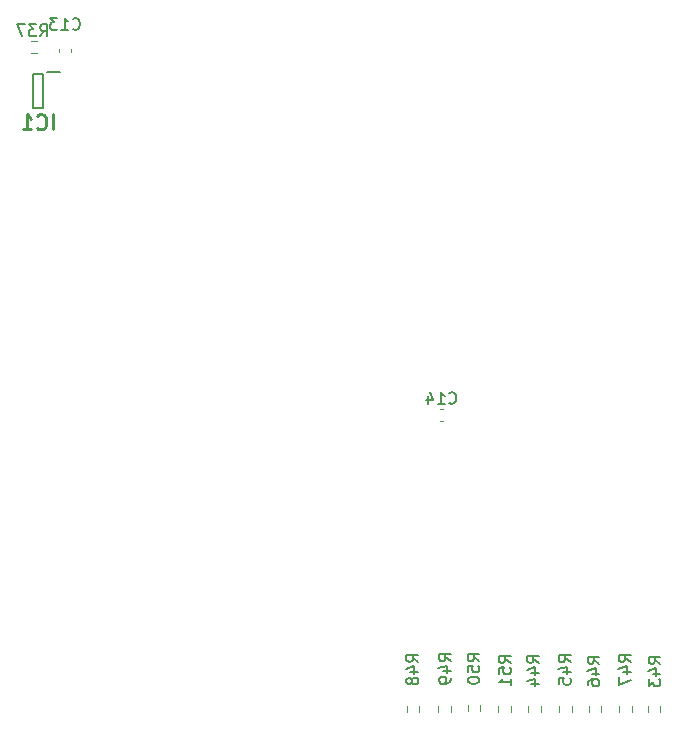
<source format=gbo>
%TF.GenerationSoftware,KiCad,Pcbnew,9.0.0*%
%TF.CreationDate,2025-03-31T15:24:45+09:00*%
%TF.ProjectId,ymz771,796d7a37-3731-42e6-9b69-6361645f7063,rev?*%
%TF.SameCoordinates,Original*%
%TF.FileFunction,Legend,Bot*%
%TF.FilePolarity,Positive*%
%FSLAX46Y46*%
G04 Gerber Fmt 4.6, Leading zero omitted, Abs format (unit mm)*
G04 Created by KiCad (PCBNEW 9.0.0) date 2025-03-31 15:24:45*
%MOMM*%
%LPD*%
G01*
G04 APERTURE LIST*
%ADD10C,0.150000*%
%ADD11C,0.254000*%
%ADD12C,0.120000*%
%ADD13C,0.200000*%
G04 APERTURE END LIST*
D10*
X150464819Y-136367142D02*
X149988628Y-136033809D01*
X150464819Y-135795714D02*
X149464819Y-135795714D01*
X149464819Y-135795714D02*
X149464819Y-136176666D01*
X149464819Y-136176666D02*
X149512438Y-136271904D01*
X149512438Y-136271904D02*
X149560057Y-136319523D01*
X149560057Y-136319523D02*
X149655295Y-136367142D01*
X149655295Y-136367142D02*
X149798152Y-136367142D01*
X149798152Y-136367142D02*
X149893390Y-136319523D01*
X149893390Y-136319523D02*
X149941009Y-136271904D01*
X149941009Y-136271904D02*
X149988628Y-136176666D01*
X149988628Y-136176666D02*
X149988628Y-135795714D01*
X149464819Y-137271904D02*
X149464819Y-136795714D01*
X149464819Y-136795714D02*
X149941009Y-136748095D01*
X149941009Y-136748095D02*
X149893390Y-136795714D01*
X149893390Y-136795714D02*
X149845771Y-136890952D01*
X149845771Y-136890952D02*
X149845771Y-137129047D01*
X149845771Y-137129047D02*
X149893390Y-137224285D01*
X149893390Y-137224285D02*
X149941009Y-137271904D01*
X149941009Y-137271904D02*
X150036247Y-137319523D01*
X150036247Y-137319523D02*
X150274342Y-137319523D01*
X150274342Y-137319523D02*
X150369580Y-137271904D01*
X150369580Y-137271904D02*
X150417200Y-137224285D01*
X150417200Y-137224285D02*
X150464819Y-137129047D01*
X150464819Y-137129047D02*
X150464819Y-136890952D01*
X150464819Y-136890952D02*
X150417200Y-136795714D01*
X150417200Y-136795714D02*
X150369580Y-136748095D01*
X150464819Y-138271904D02*
X150464819Y-137700476D01*
X150464819Y-137986190D02*
X149464819Y-137986190D01*
X149464819Y-137986190D02*
X149607676Y-137890952D01*
X149607676Y-137890952D02*
X149702914Y-137795714D01*
X149702914Y-137795714D02*
X149750533Y-137700476D01*
X147814819Y-136214642D02*
X147338628Y-135881309D01*
X147814819Y-135643214D02*
X146814819Y-135643214D01*
X146814819Y-135643214D02*
X146814819Y-136024166D01*
X146814819Y-136024166D02*
X146862438Y-136119404D01*
X146862438Y-136119404D02*
X146910057Y-136167023D01*
X146910057Y-136167023D02*
X147005295Y-136214642D01*
X147005295Y-136214642D02*
X147148152Y-136214642D01*
X147148152Y-136214642D02*
X147243390Y-136167023D01*
X147243390Y-136167023D02*
X147291009Y-136119404D01*
X147291009Y-136119404D02*
X147338628Y-136024166D01*
X147338628Y-136024166D02*
X147338628Y-135643214D01*
X146814819Y-137119404D02*
X146814819Y-136643214D01*
X146814819Y-136643214D02*
X147291009Y-136595595D01*
X147291009Y-136595595D02*
X147243390Y-136643214D01*
X147243390Y-136643214D02*
X147195771Y-136738452D01*
X147195771Y-136738452D02*
X147195771Y-136976547D01*
X147195771Y-136976547D02*
X147243390Y-137071785D01*
X147243390Y-137071785D02*
X147291009Y-137119404D01*
X147291009Y-137119404D02*
X147386247Y-137167023D01*
X147386247Y-137167023D02*
X147624342Y-137167023D01*
X147624342Y-137167023D02*
X147719580Y-137119404D01*
X147719580Y-137119404D02*
X147767200Y-137071785D01*
X147767200Y-137071785D02*
X147814819Y-136976547D01*
X147814819Y-136976547D02*
X147814819Y-136738452D01*
X147814819Y-136738452D02*
X147767200Y-136643214D01*
X147767200Y-136643214D02*
X147719580Y-136595595D01*
X146814819Y-137786071D02*
X146814819Y-137881309D01*
X146814819Y-137881309D02*
X146862438Y-137976547D01*
X146862438Y-137976547D02*
X146910057Y-138024166D01*
X146910057Y-138024166D02*
X147005295Y-138071785D01*
X147005295Y-138071785D02*
X147195771Y-138119404D01*
X147195771Y-138119404D02*
X147433866Y-138119404D01*
X147433866Y-138119404D02*
X147624342Y-138071785D01*
X147624342Y-138071785D02*
X147719580Y-138024166D01*
X147719580Y-138024166D02*
X147767200Y-137976547D01*
X147767200Y-137976547D02*
X147814819Y-137881309D01*
X147814819Y-137881309D02*
X147814819Y-137786071D01*
X147814819Y-137786071D02*
X147767200Y-137690833D01*
X147767200Y-137690833D02*
X147719580Y-137643214D01*
X147719580Y-137643214D02*
X147624342Y-137595595D01*
X147624342Y-137595595D02*
X147433866Y-137547976D01*
X147433866Y-137547976D02*
X147195771Y-137547976D01*
X147195771Y-137547976D02*
X147005295Y-137595595D01*
X147005295Y-137595595D02*
X146910057Y-137643214D01*
X146910057Y-137643214D02*
X146862438Y-137690833D01*
X146862438Y-137690833D02*
X146814819Y-137786071D01*
X145394819Y-136217142D02*
X144918628Y-135883809D01*
X145394819Y-135645714D02*
X144394819Y-135645714D01*
X144394819Y-135645714D02*
X144394819Y-136026666D01*
X144394819Y-136026666D02*
X144442438Y-136121904D01*
X144442438Y-136121904D02*
X144490057Y-136169523D01*
X144490057Y-136169523D02*
X144585295Y-136217142D01*
X144585295Y-136217142D02*
X144728152Y-136217142D01*
X144728152Y-136217142D02*
X144823390Y-136169523D01*
X144823390Y-136169523D02*
X144871009Y-136121904D01*
X144871009Y-136121904D02*
X144918628Y-136026666D01*
X144918628Y-136026666D02*
X144918628Y-135645714D01*
X144728152Y-137074285D02*
X145394819Y-137074285D01*
X144347200Y-136836190D02*
X145061485Y-136598095D01*
X145061485Y-136598095D02*
X145061485Y-137217142D01*
X145394819Y-137645714D02*
X145394819Y-137836190D01*
X145394819Y-137836190D02*
X145347200Y-137931428D01*
X145347200Y-137931428D02*
X145299580Y-137979047D01*
X145299580Y-137979047D02*
X145156723Y-138074285D01*
X145156723Y-138074285D02*
X144966247Y-138121904D01*
X144966247Y-138121904D02*
X144585295Y-138121904D01*
X144585295Y-138121904D02*
X144490057Y-138074285D01*
X144490057Y-138074285D02*
X144442438Y-138026666D01*
X144442438Y-138026666D02*
X144394819Y-137931428D01*
X144394819Y-137931428D02*
X144394819Y-137740952D01*
X144394819Y-137740952D02*
X144442438Y-137645714D01*
X144442438Y-137645714D02*
X144490057Y-137598095D01*
X144490057Y-137598095D02*
X144585295Y-137550476D01*
X144585295Y-137550476D02*
X144823390Y-137550476D01*
X144823390Y-137550476D02*
X144918628Y-137598095D01*
X144918628Y-137598095D02*
X144966247Y-137645714D01*
X144966247Y-137645714D02*
X145013866Y-137740952D01*
X145013866Y-137740952D02*
X145013866Y-137931428D01*
X145013866Y-137931428D02*
X144966247Y-138026666D01*
X144966247Y-138026666D02*
X144918628Y-138074285D01*
X144918628Y-138074285D02*
X144823390Y-138121904D01*
X142644819Y-136274642D02*
X142168628Y-135941309D01*
X142644819Y-135703214D02*
X141644819Y-135703214D01*
X141644819Y-135703214D02*
X141644819Y-136084166D01*
X141644819Y-136084166D02*
X141692438Y-136179404D01*
X141692438Y-136179404D02*
X141740057Y-136227023D01*
X141740057Y-136227023D02*
X141835295Y-136274642D01*
X141835295Y-136274642D02*
X141978152Y-136274642D01*
X141978152Y-136274642D02*
X142073390Y-136227023D01*
X142073390Y-136227023D02*
X142121009Y-136179404D01*
X142121009Y-136179404D02*
X142168628Y-136084166D01*
X142168628Y-136084166D02*
X142168628Y-135703214D01*
X141978152Y-137131785D02*
X142644819Y-137131785D01*
X141597200Y-136893690D02*
X142311485Y-136655595D01*
X142311485Y-136655595D02*
X142311485Y-137274642D01*
X142073390Y-137798452D02*
X142025771Y-137703214D01*
X142025771Y-137703214D02*
X141978152Y-137655595D01*
X141978152Y-137655595D02*
X141882914Y-137607976D01*
X141882914Y-137607976D02*
X141835295Y-137607976D01*
X141835295Y-137607976D02*
X141740057Y-137655595D01*
X141740057Y-137655595D02*
X141692438Y-137703214D01*
X141692438Y-137703214D02*
X141644819Y-137798452D01*
X141644819Y-137798452D02*
X141644819Y-137988928D01*
X141644819Y-137988928D02*
X141692438Y-138084166D01*
X141692438Y-138084166D02*
X141740057Y-138131785D01*
X141740057Y-138131785D02*
X141835295Y-138179404D01*
X141835295Y-138179404D02*
X141882914Y-138179404D01*
X141882914Y-138179404D02*
X141978152Y-138131785D01*
X141978152Y-138131785D02*
X142025771Y-138084166D01*
X142025771Y-138084166D02*
X142073390Y-137988928D01*
X142073390Y-137988928D02*
X142073390Y-137798452D01*
X142073390Y-137798452D02*
X142121009Y-137703214D01*
X142121009Y-137703214D02*
X142168628Y-137655595D01*
X142168628Y-137655595D02*
X142263866Y-137607976D01*
X142263866Y-137607976D02*
X142454342Y-137607976D01*
X142454342Y-137607976D02*
X142549580Y-137655595D01*
X142549580Y-137655595D02*
X142597200Y-137703214D01*
X142597200Y-137703214D02*
X142644819Y-137798452D01*
X142644819Y-137798452D02*
X142644819Y-137988928D01*
X142644819Y-137988928D02*
X142597200Y-138084166D01*
X142597200Y-138084166D02*
X142549580Y-138131785D01*
X142549580Y-138131785D02*
X142454342Y-138179404D01*
X142454342Y-138179404D02*
X142263866Y-138179404D01*
X142263866Y-138179404D02*
X142168628Y-138131785D01*
X142168628Y-138131785D02*
X142121009Y-138084166D01*
X142121009Y-138084166D02*
X142073390Y-137988928D01*
X160624819Y-136277142D02*
X160148628Y-135943809D01*
X160624819Y-135705714D02*
X159624819Y-135705714D01*
X159624819Y-135705714D02*
X159624819Y-136086666D01*
X159624819Y-136086666D02*
X159672438Y-136181904D01*
X159672438Y-136181904D02*
X159720057Y-136229523D01*
X159720057Y-136229523D02*
X159815295Y-136277142D01*
X159815295Y-136277142D02*
X159958152Y-136277142D01*
X159958152Y-136277142D02*
X160053390Y-136229523D01*
X160053390Y-136229523D02*
X160101009Y-136181904D01*
X160101009Y-136181904D02*
X160148628Y-136086666D01*
X160148628Y-136086666D02*
X160148628Y-135705714D01*
X159958152Y-137134285D02*
X160624819Y-137134285D01*
X159577200Y-136896190D02*
X160291485Y-136658095D01*
X160291485Y-136658095D02*
X160291485Y-137277142D01*
X159624819Y-137562857D02*
X159624819Y-138229523D01*
X159624819Y-138229523D02*
X160624819Y-137800952D01*
X157984819Y-136427142D02*
X157508628Y-136093809D01*
X157984819Y-135855714D02*
X156984819Y-135855714D01*
X156984819Y-135855714D02*
X156984819Y-136236666D01*
X156984819Y-136236666D02*
X157032438Y-136331904D01*
X157032438Y-136331904D02*
X157080057Y-136379523D01*
X157080057Y-136379523D02*
X157175295Y-136427142D01*
X157175295Y-136427142D02*
X157318152Y-136427142D01*
X157318152Y-136427142D02*
X157413390Y-136379523D01*
X157413390Y-136379523D02*
X157461009Y-136331904D01*
X157461009Y-136331904D02*
X157508628Y-136236666D01*
X157508628Y-136236666D02*
X157508628Y-135855714D01*
X157318152Y-137284285D02*
X157984819Y-137284285D01*
X156937200Y-137046190D02*
X157651485Y-136808095D01*
X157651485Y-136808095D02*
X157651485Y-137427142D01*
X156984819Y-138236666D02*
X156984819Y-138046190D01*
X156984819Y-138046190D02*
X157032438Y-137950952D01*
X157032438Y-137950952D02*
X157080057Y-137903333D01*
X157080057Y-137903333D02*
X157222914Y-137808095D01*
X157222914Y-137808095D02*
X157413390Y-137760476D01*
X157413390Y-137760476D02*
X157794342Y-137760476D01*
X157794342Y-137760476D02*
X157889580Y-137808095D01*
X157889580Y-137808095D02*
X157937200Y-137855714D01*
X157937200Y-137855714D02*
X157984819Y-137950952D01*
X157984819Y-137950952D02*
X157984819Y-138141428D01*
X157984819Y-138141428D02*
X157937200Y-138236666D01*
X157937200Y-138236666D02*
X157889580Y-138284285D01*
X157889580Y-138284285D02*
X157794342Y-138331904D01*
X157794342Y-138331904D02*
X157556247Y-138331904D01*
X157556247Y-138331904D02*
X157461009Y-138284285D01*
X157461009Y-138284285D02*
X157413390Y-138236666D01*
X157413390Y-138236666D02*
X157365771Y-138141428D01*
X157365771Y-138141428D02*
X157365771Y-137950952D01*
X157365771Y-137950952D02*
X157413390Y-137855714D01*
X157413390Y-137855714D02*
X157461009Y-137808095D01*
X157461009Y-137808095D02*
X157556247Y-137760476D01*
X155544819Y-136307142D02*
X155068628Y-135973809D01*
X155544819Y-135735714D02*
X154544819Y-135735714D01*
X154544819Y-135735714D02*
X154544819Y-136116666D01*
X154544819Y-136116666D02*
X154592438Y-136211904D01*
X154592438Y-136211904D02*
X154640057Y-136259523D01*
X154640057Y-136259523D02*
X154735295Y-136307142D01*
X154735295Y-136307142D02*
X154878152Y-136307142D01*
X154878152Y-136307142D02*
X154973390Y-136259523D01*
X154973390Y-136259523D02*
X155021009Y-136211904D01*
X155021009Y-136211904D02*
X155068628Y-136116666D01*
X155068628Y-136116666D02*
X155068628Y-135735714D01*
X154878152Y-137164285D02*
X155544819Y-137164285D01*
X154497200Y-136926190D02*
X155211485Y-136688095D01*
X155211485Y-136688095D02*
X155211485Y-137307142D01*
X154544819Y-138164285D02*
X154544819Y-137688095D01*
X154544819Y-137688095D02*
X155021009Y-137640476D01*
X155021009Y-137640476D02*
X154973390Y-137688095D01*
X154973390Y-137688095D02*
X154925771Y-137783333D01*
X154925771Y-137783333D02*
X154925771Y-138021428D01*
X154925771Y-138021428D02*
X154973390Y-138116666D01*
X154973390Y-138116666D02*
X155021009Y-138164285D01*
X155021009Y-138164285D02*
X155116247Y-138211904D01*
X155116247Y-138211904D02*
X155354342Y-138211904D01*
X155354342Y-138211904D02*
X155449580Y-138164285D01*
X155449580Y-138164285D02*
X155497200Y-138116666D01*
X155497200Y-138116666D02*
X155544819Y-138021428D01*
X155544819Y-138021428D02*
X155544819Y-137783333D01*
X155544819Y-137783333D02*
X155497200Y-137688095D01*
X155497200Y-137688095D02*
X155449580Y-137640476D01*
X152874819Y-136357142D02*
X152398628Y-136023809D01*
X152874819Y-135785714D02*
X151874819Y-135785714D01*
X151874819Y-135785714D02*
X151874819Y-136166666D01*
X151874819Y-136166666D02*
X151922438Y-136261904D01*
X151922438Y-136261904D02*
X151970057Y-136309523D01*
X151970057Y-136309523D02*
X152065295Y-136357142D01*
X152065295Y-136357142D02*
X152208152Y-136357142D01*
X152208152Y-136357142D02*
X152303390Y-136309523D01*
X152303390Y-136309523D02*
X152351009Y-136261904D01*
X152351009Y-136261904D02*
X152398628Y-136166666D01*
X152398628Y-136166666D02*
X152398628Y-135785714D01*
X152208152Y-137214285D02*
X152874819Y-137214285D01*
X151827200Y-136976190D02*
X152541485Y-136738095D01*
X152541485Y-136738095D02*
X152541485Y-137357142D01*
X152208152Y-138166666D02*
X152874819Y-138166666D01*
X151827200Y-137928571D02*
X152541485Y-137690476D01*
X152541485Y-137690476D02*
X152541485Y-138309523D01*
X163144819Y-136437142D02*
X162668628Y-136103809D01*
X163144819Y-135865714D02*
X162144819Y-135865714D01*
X162144819Y-135865714D02*
X162144819Y-136246666D01*
X162144819Y-136246666D02*
X162192438Y-136341904D01*
X162192438Y-136341904D02*
X162240057Y-136389523D01*
X162240057Y-136389523D02*
X162335295Y-136437142D01*
X162335295Y-136437142D02*
X162478152Y-136437142D01*
X162478152Y-136437142D02*
X162573390Y-136389523D01*
X162573390Y-136389523D02*
X162621009Y-136341904D01*
X162621009Y-136341904D02*
X162668628Y-136246666D01*
X162668628Y-136246666D02*
X162668628Y-135865714D01*
X162478152Y-137294285D02*
X163144819Y-137294285D01*
X162097200Y-137056190D02*
X162811485Y-136818095D01*
X162811485Y-136818095D02*
X162811485Y-137437142D01*
X162144819Y-137722857D02*
X162144819Y-138341904D01*
X162144819Y-138341904D02*
X162525771Y-138008571D01*
X162525771Y-138008571D02*
X162525771Y-138151428D01*
X162525771Y-138151428D02*
X162573390Y-138246666D01*
X162573390Y-138246666D02*
X162621009Y-138294285D01*
X162621009Y-138294285D02*
X162716247Y-138341904D01*
X162716247Y-138341904D02*
X162954342Y-138341904D01*
X162954342Y-138341904D02*
X163049580Y-138294285D01*
X163049580Y-138294285D02*
X163097200Y-138246666D01*
X163097200Y-138246666D02*
X163144819Y-138151428D01*
X163144819Y-138151428D02*
X163144819Y-137865714D01*
X163144819Y-137865714D02*
X163097200Y-137770476D01*
X163097200Y-137770476D02*
X163049580Y-137722857D01*
X145245357Y-114349580D02*
X145292976Y-114397200D01*
X145292976Y-114397200D02*
X145435833Y-114444819D01*
X145435833Y-114444819D02*
X145531071Y-114444819D01*
X145531071Y-114444819D02*
X145673928Y-114397200D01*
X145673928Y-114397200D02*
X145769166Y-114301961D01*
X145769166Y-114301961D02*
X145816785Y-114206723D01*
X145816785Y-114206723D02*
X145864404Y-114016247D01*
X145864404Y-114016247D02*
X145864404Y-113873390D01*
X145864404Y-113873390D02*
X145816785Y-113682914D01*
X145816785Y-113682914D02*
X145769166Y-113587676D01*
X145769166Y-113587676D02*
X145673928Y-113492438D01*
X145673928Y-113492438D02*
X145531071Y-113444819D01*
X145531071Y-113444819D02*
X145435833Y-113444819D01*
X145435833Y-113444819D02*
X145292976Y-113492438D01*
X145292976Y-113492438D02*
X145245357Y-113540057D01*
X144292976Y-114444819D02*
X144864404Y-114444819D01*
X144578690Y-114444819D02*
X144578690Y-113444819D01*
X144578690Y-113444819D02*
X144673928Y-113587676D01*
X144673928Y-113587676D02*
X144769166Y-113682914D01*
X144769166Y-113682914D02*
X144864404Y-113730533D01*
X143435833Y-113778152D02*
X143435833Y-114444819D01*
X143673928Y-113397200D02*
X143912023Y-114111485D01*
X143912023Y-114111485D02*
X143292976Y-114111485D01*
D11*
X111699762Y-91194318D02*
X111699762Y-89924318D01*
X110369285Y-91073365D02*
X110429761Y-91133842D01*
X110429761Y-91133842D02*
X110611190Y-91194318D01*
X110611190Y-91194318D02*
X110732142Y-91194318D01*
X110732142Y-91194318D02*
X110913571Y-91133842D01*
X110913571Y-91133842D02*
X111034523Y-91012889D01*
X111034523Y-91012889D02*
X111095000Y-90891937D01*
X111095000Y-90891937D02*
X111155476Y-90650032D01*
X111155476Y-90650032D02*
X111155476Y-90468603D01*
X111155476Y-90468603D02*
X111095000Y-90226699D01*
X111095000Y-90226699D02*
X111034523Y-90105746D01*
X111034523Y-90105746D02*
X110913571Y-89984794D01*
X110913571Y-89984794D02*
X110732142Y-89924318D01*
X110732142Y-89924318D02*
X110611190Y-89924318D01*
X110611190Y-89924318D02*
X110429761Y-89984794D01*
X110429761Y-89984794D02*
X110369285Y-90045270D01*
X109159761Y-91194318D02*
X109885476Y-91194318D01*
X109522619Y-91194318D02*
X109522619Y-89924318D01*
X109522619Y-89924318D02*
X109643571Y-90105746D01*
X109643571Y-90105746D02*
X109764523Y-90226699D01*
X109764523Y-90226699D02*
X109885476Y-90287175D01*
D10*
X110622857Y-83314819D02*
X110956190Y-82838628D01*
X111194285Y-83314819D02*
X111194285Y-82314819D01*
X111194285Y-82314819D02*
X110813333Y-82314819D01*
X110813333Y-82314819D02*
X110718095Y-82362438D01*
X110718095Y-82362438D02*
X110670476Y-82410057D01*
X110670476Y-82410057D02*
X110622857Y-82505295D01*
X110622857Y-82505295D02*
X110622857Y-82648152D01*
X110622857Y-82648152D02*
X110670476Y-82743390D01*
X110670476Y-82743390D02*
X110718095Y-82791009D01*
X110718095Y-82791009D02*
X110813333Y-82838628D01*
X110813333Y-82838628D02*
X111194285Y-82838628D01*
X110289523Y-82314819D02*
X109670476Y-82314819D01*
X109670476Y-82314819D02*
X110003809Y-82695771D01*
X110003809Y-82695771D02*
X109860952Y-82695771D01*
X109860952Y-82695771D02*
X109765714Y-82743390D01*
X109765714Y-82743390D02*
X109718095Y-82791009D01*
X109718095Y-82791009D02*
X109670476Y-82886247D01*
X109670476Y-82886247D02*
X109670476Y-83124342D01*
X109670476Y-83124342D02*
X109718095Y-83219580D01*
X109718095Y-83219580D02*
X109765714Y-83267200D01*
X109765714Y-83267200D02*
X109860952Y-83314819D01*
X109860952Y-83314819D02*
X110146666Y-83314819D01*
X110146666Y-83314819D02*
X110241904Y-83267200D01*
X110241904Y-83267200D02*
X110289523Y-83219580D01*
X109337142Y-82314819D02*
X108670476Y-82314819D01*
X108670476Y-82314819D02*
X109099047Y-83314819D01*
X113382857Y-82669580D02*
X113430476Y-82717200D01*
X113430476Y-82717200D02*
X113573333Y-82764819D01*
X113573333Y-82764819D02*
X113668571Y-82764819D01*
X113668571Y-82764819D02*
X113811428Y-82717200D01*
X113811428Y-82717200D02*
X113906666Y-82621961D01*
X113906666Y-82621961D02*
X113954285Y-82526723D01*
X113954285Y-82526723D02*
X114001904Y-82336247D01*
X114001904Y-82336247D02*
X114001904Y-82193390D01*
X114001904Y-82193390D02*
X113954285Y-82002914D01*
X113954285Y-82002914D02*
X113906666Y-81907676D01*
X113906666Y-81907676D02*
X113811428Y-81812438D01*
X113811428Y-81812438D02*
X113668571Y-81764819D01*
X113668571Y-81764819D02*
X113573333Y-81764819D01*
X113573333Y-81764819D02*
X113430476Y-81812438D01*
X113430476Y-81812438D02*
X113382857Y-81860057D01*
X112430476Y-82764819D02*
X113001904Y-82764819D01*
X112716190Y-82764819D02*
X112716190Y-81764819D01*
X112716190Y-81764819D02*
X112811428Y-81907676D01*
X112811428Y-81907676D02*
X112906666Y-82002914D01*
X112906666Y-82002914D02*
X113001904Y-82050533D01*
X112097142Y-81764819D02*
X111478095Y-81764819D01*
X111478095Y-81764819D02*
X111811428Y-82145771D01*
X111811428Y-82145771D02*
X111668571Y-82145771D01*
X111668571Y-82145771D02*
X111573333Y-82193390D01*
X111573333Y-82193390D02*
X111525714Y-82241009D01*
X111525714Y-82241009D02*
X111478095Y-82336247D01*
X111478095Y-82336247D02*
X111478095Y-82574342D01*
X111478095Y-82574342D02*
X111525714Y-82669580D01*
X111525714Y-82669580D02*
X111573333Y-82717200D01*
X111573333Y-82717200D02*
X111668571Y-82764819D01*
X111668571Y-82764819D02*
X111954285Y-82764819D01*
X111954285Y-82764819D02*
X112049523Y-82717200D01*
X112049523Y-82717200D02*
X112097142Y-82669580D01*
D12*
%TO.C,R51*%
X150462500Y-140494724D02*
X150462500Y-139985276D01*
X149417500Y-140494724D02*
X149417500Y-139985276D01*
%TO.C,R50*%
X147872500Y-140474724D02*
X147872500Y-139965276D01*
X146827500Y-140474724D02*
X146827500Y-139965276D01*
%TO.C,R49*%
X145372500Y-140487224D02*
X145372500Y-139977776D01*
X144327500Y-140487224D02*
X144327500Y-139977776D01*
%TO.C,R48*%
X142702500Y-140492224D02*
X142702500Y-139982776D01*
X141657500Y-140492224D02*
X141657500Y-139982776D01*
%TO.C,R47*%
X160702500Y-140517224D02*
X160702500Y-140007776D01*
X159657500Y-140517224D02*
X159657500Y-140007776D01*
%TO.C,R46*%
X158102500Y-140517224D02*
X158102500Y-140007776D01*
X157057500Y-140517224D02*
X157057500Y-140007776D01*
%TO.C,R45*%
X155632500Y-140514724D02*
X155632500Y-140005276D01*
X154587500Y-140514724D02*
X154587500Y-140005276D01*
%TO.C,R44*%
X153012500Y-140494724D02*
X153012500Y-139985276D01*
X151967500Y-140494724D02*
X151967500Y-139985276D01*
%TO.C,R43*%
X163132500Y-140494724D02*
X163132500Y-139985276D01*
X162087500Y-140494724D02*
X162087500Y-139985276D01*
%TO.C,C14*%
X144748767Y-114910000D02*
X144456233Y-114910000D01*
X144748767Y-115930000D02*
X144456233Y-115930000D01*
D13*
%TO.C,IC1*%
X110860000Y-86470000D02*
X110060000Y-86470000D01*
X110060000Y-86470000D02*
X110060000Y-89370000D01*
X110060000Y-89370000D02*
X110860000Y-89370000D01*
X110860000Y-89370000D02*
X110860000Y-86470000D01*
X112310000Y-86320000D02*
X111210000Y-86320000D01*
D12*
%TO.C,R37*%
X109855276Y-83707500D02*
X110364724Y-83707500D01*
X109855276Y-84752500D02*
X110364724Y-84752500D01*
%TO.C,C13*%
X112230000Y-84665580D02*
X112230000Y-84384420D01*
X113250000Y-84665580D02*
X113250000Y-84384420D01*
%TD*%
M02*

</source>
